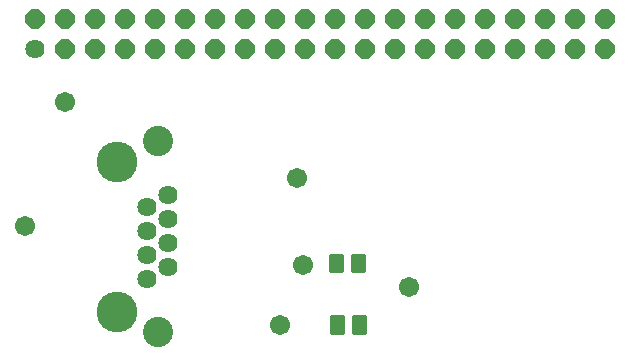
<source format=gbr>
G04 EAGLE Gerber X2 export*
%TF.Part,Single*%
%TF.FileFunction,Soldermask,Top,1*%
%TF.FilePolarity,Negative*%
%TF.GenerationSoftware,Autodesk,EAGLE,8.6.3*%
%TF.CreationDate,2019-03-24T10:24:13Z*%
G75*
%MOMM*%
%FSLAX34Y34*%
%LPD*%
%AMOC8*
5,1,8,0,0,1.08239X$1,22.5*%
G01*
%ADD10C,1.625600*%
%ADD11P,1.759533X8X22.500000*%
%ADD12C,3.454400*%
%ADD13C,2.565400*%
%ADD14C,0.300800*%
%ADD15C,1.703200*%


D10*
X28100Y269600D03*
D11*
X28100Y295000D03*
X53500Y269600D03*
X53500Y295000D03*
X78900Y269600D03*
X78900Y295000D03*
X104300Y269600D03*
X104300Y295000D03*
X129700Y269600D03*
X129700Y295000D03*
X155100Y269600D03*
X155100Y295000D03*
X180500Y269600D03*
X180500Y295000D03*
X205900Y269600D03*
X205900Y295000D03*
X231300Y269600D03*
X231300Y295000D03*
X256700Y269600D03*
X256700Y295000D03*
X282100Y269600D03*
X282100Y295000D03*
X307500Y269600D03*
X307500Y295000D03*
X332900Y269600D03*
X332900Y295000D03*
X358300Y269600D03*
X358300Y295000D03*
X383700Y269600D03*
X383700Y295000D03*
X409100Y269600D03*
X409100Y295000D03*
X434500Y269600D03*
X434500Y295000D03*
X459900Y269600D03*
X459900Y295000D03*
X485300Y269600D03*
X485300Y295000D03*
X510700Y269600D03*
X510700Y295000D03*
D12*
X98100Y47100D03*
X98100Y174100D03*
D10*
X123500Y75040D03*
X141280Y85200D03*
X123500Y95360D03*
X141280Y105520D03*
X123500Y115680D03*
X141280Y125840D03*
X123500Y136000D03*
X141280Y146160D03*
D13*
X132390Y191626D03*
X132390Y29574D03*
D14*
X280138Y29388D02*
X289162Y29388D01*
X280138Y29388D02*
X280138Y42612D01*
X289162Y42612D01*
X289162Y29388D01*
X289162Y32395D02*
X280138Y32395D01*
X280138Y35402D02*
X289162Y35402D01*
X289162Y38409D02*
X280138Y38409D01*
X280138Y41416D02*
X289162Y41416D01*
X298838Y29388D02*
X307862Y29388D01*
X298838Y29388D02*
X298838Y42612D01*
X307862Y42612D01*
X307862Y29388D01*
X307862Y32395D02*
X298838Y32395D01*
X298838Y35402D02*
X307862Y35402D01*
X307862Y38409D02*
X298838Y38409D01*
X298838Y41416D02*
X307862Y41416D01*
X288162Y81388D02*
X279138Y81388D01*
X279138Y94612D01*
X288162Y94612D01*
X288162Y81388D01*
X288162Y84395D02*
X279138Y84395D01*
X279138Y87402D02*
X288162Y87402D01*
X288162Y90409D02*
X279138Y90409D01*
X279138Y93416D02*
X288162Y93416D01*
X297838Y81388D02*
X306862Y81388D01*
X297838Y81388D02*
X297838Y94612D01*
X306862Y94612D01*
X306862Y81388D01*
X306862Y84395D02*
X297838Y84395D01*
X297838Y87402D02*
X306862Y87402D01*
X306862Y90409D02*
X297838Y90409D01*
X297838Y93416D02*
X306862Y93416D01*
D15*
X250000Y160000D03*
X20000Y120000D03*
X345000Y68000D03*
X54000Y225000D03*
X255000Y87000D03*
X236000Y36000D03*
M02*

</source>
